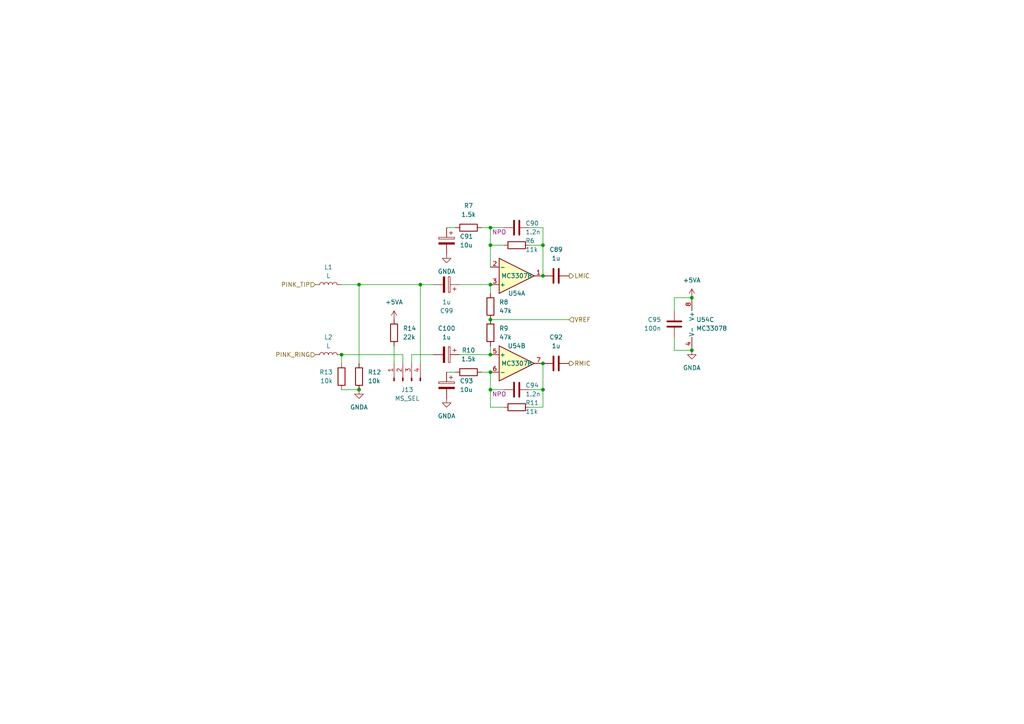
<source format=kicad_sch>
(kicad_sch (version 20230121) (generator eeschema)
  (paper "A4")
  (lib_symbols
    (symbol "Amplifier_Operational:MC33078" (pin_names (offset 0.127))
      (property "Reference" "U" (at 0 5.08 0))
      (property "Value" "MC33078" (at 0 -5.08 0))
      (symbol "MC33078_1_1"
        (polyline (pts (xy -5.08 5.08) (xy 5.08 0) (xy -5.08 -5.08) (xy -5.08 5.08)) (stroke (width 0.254)) (fill (type background)))
        (pin output line (at 7.62 0 180) (length 2.54) (name "~") (number "1"))
        (pin input line (at -7.62 -2.54 0) (length 2.54) (name "-") (number "2"))
        (pin input line (at -7.62 2.54 0) (length 2.54) (name "+") (number "3"))
      )
      (symbol "MC33078_2_1"
        (polyline (pts (xy -5.08 5.08) (xy 5.08 0) (xy -5.08 -5.08) (xy -5.08 5.08)) (stroke (width 0.254)) (fill (type background)))
        (pin input line (at -7.62 2.54 0) (length 2.54) (name "+") (number "5"))
        (pin input line (at -7.62 -2.54 0) (length 2.54) (name "-") (number "6"))
        (pin output line (at 7.62 0 180) (length 2.54) (name "~") (number "7"))
      )
      (symbol "MC33078_3_1"
        (pin power_in line (at -2.54 -7.62 90) (length 3.81) (name "V-") (number "4"))
        (pin power_in line (at -2.54 7.62 270) (length 3.81) (name "V+") (number "8"))
      )
    )
    (symbol "Connector:Conn_01x04_Pin" (pin_names (offset 1.016) hide)
      (property "Reference" "J" (at 0 5.08 0))
      (property "Value" "Conn_01x04_Pin" (at 0 -7.62 0))
      (symbol "Conn_01x04_Pin_1_1"
        (polyline (pts (xy 1.27 -5.08) (xy 0.8636 -5.08)) (stroke (width 0.1524)))
        (polyline (pts (xy 1.27 -2.54) (xy 0.8636 -2.54)) (stroke (width 0.1524)))
        (polyline (pts (xy 1.27 0) (xy 0.8636 0)) (stroke (width 0.1524)))
        (polyline (pts (xy 1.27 2.54) (xy 0.8636 2.54)) (stroke (width 0.1524)))
        (rectangle (start 0.8636 -4.953) (end 0 -5.207) (stroke (width 0.1524)) (fill (type outline)))
        (rectangle (start 0.8636 -2.413) (end 0 -2.667) (stroke (width 0.1524)) (fill (type outline)))
        (rectangle (start 0.8636 0.127) (end 0 -0.127) (stroke (width 0.1524)) (fill (type outline)))
        (rectangle (start 0.8636 2.667) (end 0 2.413) (stroke (width 0.1524)) (fill (type outline)))
        (pin passive line (at 5.08 2.54 180) (length 3.81) (name "Pin_1") (number "1"))
        (pin passive line (at 5.08 0 180) (length 3.81) (name "Pin_2") (number "2"))
        (pin passive line (at 5.08 -2.54 180) (length 3.81) (name "Pin_3") (number "3"))
        (pin passive line (at 5.08 -5.08 180) (length 3.81) (name "Pin_4") (number "4"))
      )
    )
    (symbol "Device:C" (pin_numbers hide) (pin_names (offset 0.254))
      (property "Reference" "C" (at 0.635 2.54 0))
      (property "Value" "C" (at 0.635 -2.54 0))
      (symbol "C_0_1"
        (polyline (pts (xy -2.032 -0.762) (xy 2.032 -0.762)) (stroke (width 0.508)))
        (polyline (pts (xy -2.032 0.762) (xy 2.032 0.762)) (stroke (width 0.508)))
      )
      (symbol "C_1_1"
        (pin passive line (at 0 3.81 270) (length 2.794) (name "~") (number "1"))
        (pin passive line (at 0 -3.81 90) (length 2.794) (name "~") (number "2"))
      )
    )
    (symbol "Device:C_Polarized" (pin_numbers hide) (pin_names (offset 0.254))
      (property "Reference" "C" (at 0.635 2.54 0))
      (property "Value" "C_Polarized" (at 0.635 -2.54 0))
      (symbol "C_Polarized_0_1"
        (rectangle (start -2.286 0.508) (end 2.286 1.016))
        (polyline (pts (xy -1.778 2.286) (xy -0.762 2.286)))
        (polyline (pts (xy -1.27 2.794) (xy -1.27 1.778)))
        (rectangle (start 2.286 -0.508) (end -2.286 -1.016) (fill (type outline)))
      )
      (symbol "C_Polarized_1_1"
        (pin passive line (at 0 3.81 270) (length 2.794) (name "~") (number "1"))
        (pin passive line (at 0 -3.81 90) (length 2.794) (name "~") (number "2"))
      )
    )
    (symbol "Device:L" (pin_numbers hide) (pin_names (offset 1.016) hide)
      (property "Reference" "L" (at -1.27 0 90))
      (property "Value" "L" (at 1.905 0 90))
      (symbol "L_0_1"
        (arc (start 0 -2.54) (mid 0.6323 -1.905) (end 0 -1.27))
        (arc (start 0 -1.27) (mid 0.6323 -0.635) (end 0 0))
        (arc (start 0 0) (mid 0.6323 0.635) (end 0 1.27))
        (arc (start 0 1.27) (mid 0.6323 1.905) (end 0 2.54))
      )
      (symbol "L_1_1"
        (pin passive line (at 0 3.81 270) (length 1.27) (name "1") (number "1"))
        (pin passive line (at 0 -3.81 90) (length 1.27) (name "2") (number "2"))
      )
    )
    (symbol "Device:R" (pin_numbers hide) (pin_names (offset 0))
      (property "Reference" "R" (at 2.032 0 90))
      (property "Value" "R" (at 0 0 90))
      (symbol "R_0_1"
        (rectangle (start -1.016 -2.54) (end 1.016 2.54) (stroke (width 0.254)))
      )
      (symbol "R_1_1"
        (pin passive line (at 0 3.81 270) (length 1.27) (name "~") (number "1"))
        (pin passive line (at 0 -3.81 90) (length 1.27) (name "~") (number "2"))
      )
    )
    (symbol "power:+5VA" (power) (pin_names (offset 0))
      (property "Value" "+5VA" (at 0 3.556 0))
      (symbol "+5VA_0_1"
        (polyline (pts (xy -0.762 1.27) (xy 0 2.54)))
        (polyline (pts (xy 0 0) (xy 0 2.54)))
        (polyline (pts (xy 0 2.54) (xy 0.762 1.27)))
      )
      (symbol "+5VA_1_1"
        (pin power_in line (at 0 0 90) (length 0) hide (name "+5VA") (number "1"))
      )
    )
    (symbol "power:GNDA" (power) (pin_names (offset 0))
      (property "Value" "GNDA" (at 0 -3.81 0))
      (symbol "GNDA_0_1"
        (polyline (pts (xy 0 0) (xy 0 -1.27) (xy 1.27 -1.27) (xy 0 -2.54) (xy -1.27 -1.27) (xy 0 -1.27)))
      )
      (symbol "GNDA_1_1"
        (pin power_in line (at 0 0 270) (length 0) hide (name "GNDA") (number "1"))
      )
    )
  )
  (junction (at 142.24 82.55))
  (junction (at 99.06 102.87))
  (junction (at 142.24 102.87))
  (junction (at 142.24 113.03))
  (junction (at 104.14 82.55))
  (junction (at 142.24 71.12))
  (junction (at 121.92 82.55))
  (junction (at 200.66 86.36))
  (junction (at 157.48 80.01))
  (junction (at 142.24 107.95))
  (junction (at 104.14 113.03))
  (junction (at 157.48 71.12))
  (junction (at 142.24 92.71))
  (junction (at 200.66 101.6))
  (junction (at 157.48 113.03))
  (junction (at 157.48 105.41))
  (junction (at 142.24 66.04))
  (wire (pts (xy 142.24 66.04) (xy 142.24 71.12)))
  (wire (pts (xy 142.24 66.04) (xy 146.05 66.04)))
  (wire (pts (xy 139.7 66.04) (xy 142.24 66.04)))
  (wire (pts (xy 99.06 105.41) (xy 99.06 102.87)))
  (wire (pts (xy 142.24 118.11) (xy 146.05 118.11)))
  (wire (pts (xy 195.58 86.36) (xy 195.58 90.17)))
  (wire (pts (xy 142.24 71.12) (xy 142.24 77.47)))
  (wire (pts (xy 195.58 86.36) (xy 200.66 86.36)))
  (wire (pts (xy 142.24 113.03) (xy 146.05 113.03)))
  (wire (pts (xy 142.24 113.03) (xy 142.24 118.11)))
  (wire (pts (xy 99.06 102.87) (xy 116.84 102.87)))
  (wire (pts (xy 116.84 102.87) (xy 116.84 105.41)))
  (wire (pts (xy 133.35 102.87) (xy 142.24 102.87)))
  (wire (pts (xy 139.7 107.95) (xy 142.24 107.95)))
  (wire (pts (xy 142.24 85.09) (xy 142.24 82.55)))
  (wire (pts (xy 99.06 113.03) (xy 104.14 113.03)))
  (wire (pts (xy 153.67 113.03) (xy 157.48 113.03)))
  (wire (pts (xy 146.05 71.12) (xy 142.24 71.12)))
  (wire (pts (xy 157.48 105.41) (xy 157.48 113.03)))
  (wire (pts (xy 142.24 102.87) (xy 142.24 100.33)))
  (wire (pts (xy 153.67 71.12) (xy 157.48 71.12)))
  (wire (pts (xy 114.3 100.33) (xy 114.3 105.41)))
  (wire (pts (xy 119.38 102.87) (xy 119.38 105.41)))
  (wire (pts (xy 104.14 82.55) (xy 121.92 82.55)))
  (wire (pts (xy 142.24 107.95) (xy 142.24 113.03)))
  (wire (pts (xy 157.48 113.03) (xy 157.48 118.11)))
  (wire (pts (xy 195.58 101.6) (xy 200.66 101.6)))
  (wire (pts (xy 157.48 66.04) (xy 157.48 71.12)))
  (wire (pts (xy 195.58 97.79) (xy 195.58 101.6)))
  (wire (pts (xy 99.06 82.55) (xy 104.14 82.55)))
  (wire (pts (xy 133.35 82.55) (xy 142.24 82.55)))
  (wire (pts (xy 157.48 71.12) (xy 157.48 80.01)))
  (wire (pts (xy 119.38 102.87) (xy 125.73 102.87)))
  (wire (pts (xy 129.54 107.95) (xy 132.08 107.95)))
  (wire (pts (xy 153.67 118.11) (xy 157.48 118.11)))
  (wire (pts (xy 129.54 66.04) (xy 132.08 66.04)))
  (wire (pts (xy 153.67 66.04) (xy 157.48 66.04)))
  (wire (pts (xy 165.1 92.71) (xy 142.24 92.71)))
  (wire (pts (xy 125.73 82.55) (xy 121.92 82.55)))
  (wire (pts (xy 121.92 82.55) (xy 121.92 105.41)))
  (wire (pts (xy 104.14 105.41) (xy 104.14 82.55)))
  (hierarchical_label "VREF" (shape input) (at 165.1 92.71 0))
  (hierarchical_label "RMIC" (shape output) (at 165.1 105.41 0))
  (hierarchical_label "LMIC" (shape output) (at 165.1 80.01 0))
  (hierarchical_label "PINK_RING" (shape input) (at 91.44 102.87 180))
  (hierarchical_label "PINK_TIP" (shape input) (at 91.44 82.55 180))
  (symbol (lib_id "Device:R") (at 142.24 88.9 180) (unit 1)
    (property "Reference" "R8" (at 144.78 87.63 0) (effects (justify right)))
    (property "Value" "47k" (at 144.78 90.17 0) (effects (justify right)))
    (property "Footprint" "Resistor_THT:R_Axial_DIN0204_L3.6mm_D1.6mm_P7.62mm_Horizontal" (effects hide))
  )
  (symbol (lib_id "Device:R") (at 135.89 66.04 90) (unit 1)
    (property "Reference" "R7" (at 135.89 59.69 90))
    (property "Value" "1.5k" (at 135.89 62.23 90))
    (property "Footprint" "Resistor_THT:R_Axial_DIN0204_L3.6mm_D1.6mm_P7.62mm_Horizontal" (effects hide))
  )
  (symbol (lib_id "power:GNDA") (at 200.66 101.6 0) (unit 1)
    (property "Reference" "#PWR0239" (effects hide))
    (property "Value" "GNDA" (at 200.66 106.68 0))
  )
  (symbol (lib_id "Device:L") (at 95.25 102.87 270) (mirror x) (unit 1)
    (property "Reference" "L2" (at 95.25 97.79 90))
    (property "Value" "L" (at 95.25 100.33 90))
    (property "Footprint" "Inductor_THT:L_Axial_L9.5mm_D4.0mm_P5.08mm_Vertical_Fastron_SMCC" (effects hide))
  )
  (symbol (lib_id "Device:R") (at 135.89 107.95 90) (unit 1)
    (property "Reference" "R10" (at 135.89 101.6 90))
    (property "Value" "1.5k" (at 135.89 104.14 90))
    (property "Footprint" "Resistor_THT:R_Axial_DIN0204_L3.6mm_D1.6mm_P7.62mm_Horizontal" (effects hide))
  )
  (symbol (lib_id "Device:C") (at 161.29 80.01 270) (mirror x) (unit 1)
    (property "Reference" "C89" (at 161.29 72.39 90))
    (property "Value" "1u" (at 161.29 74.93 90))
    (property "Footprint" "Capacitor_THT:C_Disc_D4.3mm_W1.9mm_P5.00mm" (effects hide))
  )
  (symbol (lib_id "Device:R") (at 99.06 109.22 0) (mirror y) (unit 1)
    (property "Reference" "R13" (at 96.52 107.95 0) (effects (justify left)))
    (property "Value" "10k" (at 96.52 110.49 0) (effects (justify left)))
    (property "Footprint" "Resistor_THT:R_Axial_DIN0204_L3.6mm_D1.6mm_P7.62mm_Horizontal" (effects hide))
  )
  (symbol (lib_id "Device:C") (at 161.29 105.41 270) (mirror x) (unit 1)
    (property "Reference" "C92" (at 161.29 97.79 90))
    (property "Value" "1u" (at 161.29 100.33 90))
    (property "Footprint" "Capacitor_THT:C_Disc_D4.3mm_W1.9mm_P5.00mm" (effects hide))
  )
  (symbol (lib_id "power:+5VA") (at 114.3 92.71 0) (unit 1)
    (property "Reference" "#PWR0235" (effects hide))
    (property "Value" "+5VA" (at 114.3 87.63 0))
  )
  (symbol (lib_id "power:GNDA") (at 129.54 73.66 0) (unit 1)
    (property "Reference" "#PWR0232" (effects hide))
    (property "Value" "GNDA" (at 129.54 78.74 0))
  )
  (symbol (lib_id "Connector:Conn_01x04_Pin") (at 116.84 110.49 90) (unit 1)
    (property "Reference" "J13" (at 118.11 113.03 90))
    (property "Value" "MS_SEL" (at 118.11 115.57 90))
    (property "Footprint" "Connector_PinHeader_2.54mm:PinHeader_1x04_P2.54mm_Vertical" (effects hide))
  )
  (symbol (lib_id "Device:L") (at 95.25 82.55 270) (mirror x) (unit 1)
    (property "Reference" "L1" (at 95.25 77.47 90))
    (property "Value" "L" (at 95.25 80.01 90))
    (property "Footprint" "Inductor_THT:L_Axial_L9.5mm_D4.0mm_P5.08mm_Vertical_Fastron_SMCC" (effects hide))
  )
  (symbol (lib_id "Device:C_Polarized") (at 129.54 69.85 0) (mirror y) (unit 1)
    (property "Reference" "C91" (at 133.35 68.58 0) (effects (justify right)))
    (property "Value" "10u" (at 133.35 71.12 0) (effects (justify right)))
    (property "Footprint" "Capacitor_THT:CP_Radial_D5.0mm_P2.50mm" (effects hide))
  )
  (symbol (lib_id "Device:C") (at 149.86 66.04 90) (unit 1)
    (property "Reference" "C90" (at 152.4 64.77 90) (effects (justify right)))
    (property "Value" "1.2n" (at 152.4 67.31 90) (effects (justify right)))
    (property "Footprint" "Capacitor_THT:C_Disc_D4.3mm_W1.9mm_P5.00mm" (effects hide))
    (property "NPO" "NPO" (at 144.78 67.31 90))
  )
  (symbol (lib_id "Device:R") (at 149.86 71.12 90) (unit 1)
    (property "Reference" "R6" (at 152.4 69.85 90) (effects (justify right)))
    (property "Value" "11k" (at 152.4 72.39 90) (effects (justify right)))
    (property "Footprint" "Resistor_THT:R_Axial_DIN0204_L3.6mm_D1.6mm_P7.62mm_Horizontal" (effects hide))
  )
  (symbol (lib_id "power:GNDA") (at 104.14 113.03 0) (unit 1)
    (property "Reference" "#PWR0234" (effects hide))
    (property "Value" "GNDA" (at 104.14 118.11 0))
  )
  (symbol (lib_id "Device:C_Polarized") (at 129.54 102.87 270) (unit 1)
    (property "Reference" "C100" (at 129.54 95.25 90))
    (property "Value" "1u" (at 129.54 97.79 90))
    (property "Footprint" "Capacitor_THT:CP_Radial_D5.0mm_P2.50mm" (effects hide))
  )
  (symbol (lib_id "Device:C") (at 195.58 93.98 0) (mirror y) (unit 1)
    (property "Reference" "C95" (at 191.77 92.71 0) (effects (justify left)))
    (property "Value" "100n" (at 191.77 95.25 0) (effects (justify left)))
    (property "Footprint" "Capacitor_THT:C_Disc_D4.3mm_W1.9mm_P5.00mm" (effects hide))
  )
  (symbol (lib_id "Amplifier_Operational:MC33078") (at 149.86 105.41 0) (unit 2)
    (property "Reference" "U54" (at 149.86 100.33 0))
    (property "Value" "MC33078" (at 149.86 105.41 0))
    (property "Footprint" "Package_DIP:DIP-8_W7.62mm_Socket" (effects hide))
    (property "Datasheet" "https://www.onsemi.com/pub/Collateral/MC33078-D.PDF" (effects hide))
  )
  (symbol (lib_id "Device:C") (at 149.86 113.03 90) (unit 1)
    (property "Reference" "C94" (at 152.4 111.76 90) (effects (justify right)))
    (property "Value" "1.2n" (at 152.4 114.3 90) (effects (justify right)))
    (property "Footprint" "Capacitor_THT:C_Disc_D4.3mm_W1.9mm_P5.00mm" (effects hide))
    (property "NPO" "NPO" (at 144.78 114.3 90))
  )
  (symbol (lib_id "power:+5VA") (at 200.66 86.36 0) (unit 1)
    (property "Reference" "#PWR0238" (effects hide))
    (property "Value" "+5VA" (at 200.66 81.28 0))
  )
  (symbol (lib_id "Amplifier_Operational:MC33078") (at 149.86 80.01 0) (mirror x) (unit 1)
    (property "Reference" "U54" (at 149.86 85.09 0))
    (property "Value" "MC33078" (at 149.86 80.01 0))
    (property "Footprint" "Package_DIP:DIP-8_W7.62mm_Socket" (effects hide))
    (property "Datasheet" "https://www.onsemi.com/pub/Collateral/MC33078-D.PDF" (effects hide))
  )
  (symbol (lib_id "Device:R") (at 149.86 118.11 90) (unit 1)
    (property "Reference" "R11" (at 152.4 116.84 90) (effects (justify right)))
    (property "Value" "11k" (at 152.4 119.38 90) (effects (justify right)))
    (property "Footprint" "Resistor_THT:R_Axial_DIN0204_L3.6mm_D1.6mm_P7.62mm_Horizontal" (effects hide))
  )
  (symbol (lib_id "Device:C_Polarized") (at 129.54 111.76 0) (mirror y) (unit 1)
    (property "Reference" "C93" (at 133.35 110.49 0) (effects (justify right)))
    (property "Value" "10u" (at 133.35 113.03 0) (effects (justify right)))
    (property "Footprint" "Capacitor_THT:CP_Radial_D5.0mm_P2.50mm" (effects hide))
  )
  (symbol (lib_id "Device:R") (at 104.14 109.22 0) (unit 1)
    (property "Reference" "R12" (at 106.68 107.95 0) (effects (justify left)))
    (property "Value" "10k" (at 106.68 110.49 0) (effects (justify left)))
    (property "Footprint" "Resistor_THT:R_Axial_DIN0204_L3.6mm_D1.6mm_P7.62mm_Horizontal" (effects hide))
  )
  (symbol (lib_id "Device:R") (at 142.24 96.52 180) (unit 1)
    (property "Reference" "R9" (at 144.78 95.25 0) (effects (justify right)))
    (property "Value" "47k" (at 144.78 97.79 0) (effects (justify right)))
    (property "Footprint" "Resistor_THT:R_Axial_DIN0204_L3.6mm_D1.6mm_P7.62mm_Horizontal" (effects hide))
  )
  (symbol (lib_id "Device:R") (at 114.3 96.52 0) (unit 1)
    (property "Reference" "R14" (at 116.84 95.25 0) (effects (justify left)))
    (property "Value" "22k" (at 116.84 97.79 0) (effects (justify left)))
    (property "Footprint" "Resistor_THT:R_Axial_DIN0204_L3.6mm_D1.6mm_P7.62mm_Horizontal" (effects hide))
  )
  (symbol (lib_id "Amplifier_Operational:MC33078") (at 203.2 93.98 0) (unit 3)
    (property "Reference" "U54" (at 201.93 92.71 0) (effects (justify left)))
    (property "Value" "MC33078" (at 201.93 95.25 0) (effects (justify left)))
    (property "Footprint" "Package_DIP:DIP-8_W7.62mm_Socket" (effects hide))
    (property "Datasheet" "https://www.onsemi.com/pub/Collateral/MC33078-D.PDF" (effects hide))
  )
  (symbol (lib_id "Device:C_Polarized") (at 129.54 82.55 270) (mirror x) (unit 1)
    (property "Reference" "C99" (at 129.54 90.17 90))
    (property "Value" "1u" (at 129.54 87.63 90))
    (property "Footprint" "Capacitor_THT:CP_Radial_D5.0mm_P2.50mm" (effects hide))
  )
  (symbol (lib_id "power:GNDA") (at 129.54 115.57 0) (unit 1)
    (property "Reference" "#PWR0233" (effects hide))
    (property "Value" "GNDA" (at 129.54 120.65 0))
  )
)
</source>
